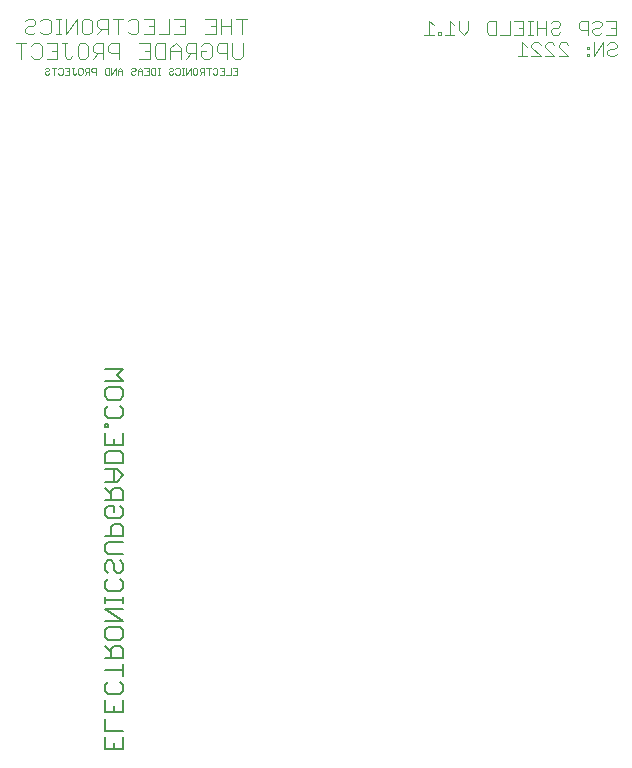
<source format=gbo>
G75*
%MOIN*%
%OFA0B0*%
%FSLAX25Y25*%
%IPPOS*%
%LPD*%
%AMOC8*
5,1,8,0,0,1.08239X$1,22.5*
%
%ADD10C,0.00400*%
%ADD11C,0.00200*%
%ADD12C,0.00500*%
D10*
X0080769Y0260784D02*
X0080769Y0265988D01*
X0082504Y0265988D02*
X0079034Y0265988D01*
X0082124Y0269804D02*
X0082992Y0268936D01*
X0084727Y0268936D01*
X0085594Y0269804D01*
X0087281Y0269804D02*
X0088148Y0268936D01*
X0089883Y0268936D01*
X0090750Y0269804D01*
X0090750Y0273273D01*
X0089883Y0274141D01*
X0088148Y0274141D01*
X0087281Y0273273D01*
X0085594Y0273273D02*
X0085594Y0272406D01*
X0084727Y0271539D01*
X0082992Y0271539D01*
X0082124Y0270671D01*
X0082124Y0269804D01*
X0082124Y0273273D02*
X0082992Y0274141D01*
X0084727Y0274141D01*
X0085594Y0273273D01*
X0092453Y0274141D02*
X0094188Y0274141D01*
X0093321Y0274141D02*
X0093321Y0268936D01*
X0094188Y0268936D02*
X0092453Y0268936D01*
X0092816Y0265988D02*
X0089347Y0265988D01*
X0087660Y0265121D02*
X0087660Y0261651D01*
X0086793Y0260784D01*
X0085058Y0260784D01*
X0084190Y0261651D01*
X0084190Y0265121D02*
X0085058Y0265988D01*
X0086793Y0265988D01*
X0087660Y0265121D01*
X0091082Y0263386D02*
X0092816Y0263386D01*
X0092816Y0265988D02*
X0092816Y0260784D01*
X0089347Y0260784D01*
X0095371Y0261651D02*
X0095371Y0265988D01*
X0096238Y0265988D02*
X0094503Y0265988D01*
X0095875Y0268936D02*
X0095875Y0274141D01*
X0099344Y0274141D02*
X0095875Y0268936D01*
X0099344Y0268936D02*
X0099344Y0274141D01*
X0101031Y0273273D02*
X0101031Y0269804D01*
X0101899Y0268936D01*
X0103633Y0268936D01*
X0104501Y0269804D01*
X0104501Y0273273D01*
X0103633Y0274141D01*
X0101899Y0274141D01*
X0101031Y0273273D01*
X0106188Y0273273D02*
X0106188Y0271539D01*
X0107055Y0270671D01*
X0109657Y0270671D01*
X0107922Y0270671D02*
X0106188Y0268936D01*
X0105683Y0265988D02*
X0104816Y0265121D01*
X0104816Y0263386D01*
X0105683Y0262518D01*
X0108286Y0262518D01*
X0108286Y0260784D02*
X0108286Y0265988D01*
X0105683Y0265988D01*
X0103129Y0265121D02*
X0103129Y0261651D01*
X0102262Y0260784D01*
X0100527Y0260784D01*
X0099660Y0261651D01*
X0099660Y0265121D01*
X0100527Y0265988D01*
X0102262Y0265988D01*
X0103129Y0265121D01*
X0106551Y0262518D02*
X0104816Y0260784D01*
X0109972Y0263386D02*
X0110840Y0262518D01*
X0113442Y0262518D01*
X0113442Y0260784D02*
X0113442Y0265988D01*
X0110840Y0265988D01*
X0109972Y0265121D01*
X0109972Y0263386D01*
X0109657Y0268936D02*
X0109657Y0274141D01*
X0107055Y0274141D01*
X0106188Y0273273D01*
X0111344Y0274141D02*
X0114814Y0274141D01*
X0113079Y0274141D02*
X0113079Y0268936D01*
X0116500Y0269804D02*
X0117368Y0268936D01*
X0119103Y0268936D01*
X0119970Y0269804D01*
X0119970Y0273273D01*
X0119103Y0274141D01*
X0117368Y0274141D01*
X0116500Y0273273D01*
X0121657Y0274141D02*
X0125126Y0274141D01*
X0125126Y0268936D01*
X0121657Y0268936D01*
X0123392Y0271539D02*
X0125126Y0271539D01*
X0126813Y0268936D02*
X0130283Y0268936D01*
X0130283Y0274141D01*
X0131970Y0274141D02*
X0135439Y0274141D01*
X0135439Y0268936D01*
X0131970Y0268936D01*
X0132333Y0265988D02*
X0130598Y0264253D01*
X0130598Y0260784D01*
X0128911Y0260784D02*
X0126309Y0260784D01*
X0125442Y0261651D01*
X0125442Y0265121D01*
X0126309Y0265988D01*
X0128911Y0265988D01*
X0128911Y0260784D01*
X0130598Y0263386D02*
X0134068Y0263386D01*
X0134068Y0264253D02*
X0132333Y0265988D01*
X0134068Y0264253D02*
X0134068Y0260784D01*
X0135754Y0260784D02*
X0137489Y0262518D01*
X0136622Y0262518D02*
X0139224Y0262518D01*
X0139224Y0260784D02*
X0139224Y0265988D01*
X0136622Y0265988D01*
X0135754Y0265121D01*
X0135754Y0263386D01*
X0136622Y0262518D01*
X0140911Y0261651D02*
X0140911Y0263386D01*
X0142646Y0263386D01*
X0144380Y0265121D02*
X0143513Y0265988D01*
X0141778Y0265988D01*
X0140911Y0265121D01*
X0140911Y0261651D02*
X0141778Y0260784D01*
X0143513Y0260784D01*
X0144380Y0261651D01*
X0144380Y0265121D01*
X0146067Y0265121D02*
X0146067Y0263386D01*
X0146935Y0262518D01*
X0149537Y0262518D01*
X0149537Y0260784D02*
X0149537Y0265988D01*
X0146935Y0265988D01*
X0146067Y0265121D01*
X0145752Y0268936D02*
X0142282Y0268936D01*
X0144017Y0271539D02*
X0145752Y0271539D01*
X0147439Y0271539D02*
X0150908Y0271539D01*
X0150908Y0274141D02*
X0150908Y0268936D01*
X0151224Y0265988D02*
X0151224Y0261651D01*
X0152091Y0260784D01*
X0153826Y0260784D01*
X0154693Y0261651D01*
X0154693Y0265988D01*
X0154330Y0268936D02*
X0154330Y0274141D01*
X0156065Y0274141D02*
X0152595Y0274141D01*
X0147439Y0274141D02*
X0147439Y0268936D01*
X0145752Y0268936D02*
X0145752Y0274141D01*
X0142282Y0274141D01*
X0135439Y0271539D02*
X0133704Y0271539D01*
X0123755Y0265988D02*
X0123755Y0260784D01*
X0120285Y0260784D01*
X0122020Y0263386D02*
X0123755Y0263386D01*
X0123755Y0265988D02*
X0120285Y0265988D01*
X0097973Y0261651D02*
X0097105Y0260784D01*
X0096238Y0260784D01*
X0095371Y0261651D01*
X0215296Y0268836D02*
X0218365Y0268836D01*
X0219900Y0268836D02*
X0220667Y0268836D01*
X0220667Y0269603D01*
X0219900Y0269603D01*
X0219900Y0268836D01*
X0222202Y0268836D02*
X0225271Y0268836D01*
X0223736Y0268836D02*
X0223736Y0273439D01*
X0225271Y0271905D01*
X0226805Y0273439D02*
X0226805Y0270370D01*
X0228340Y0268836D01*
X0229875Y0270370D01*
X0229875Y0273439D01*
X0236013Y0272672D02*
X0236013Y0269603D01*
X0236781Y0268836D01*
X0239083Y0268836D01*
X0239083Y0273439D01*
X0236781Y0273439D01*
X0236013Y0272672D01*
X0240617Y0268836D02*
X0243687Y0268836D01*
X0243687Y0273439D01*
X0245221Y0273439D02*
X0248290Y0273439D01*
X0248290Y0268836D01*
X0245221Y0268836D01*
X0246756Y0271137D02*
X0248290Y0271137D01*
X0249825Y0268836D02*
X0251360Y0268836D01*
X0250592Y0268836D02*
X0250592Y0273439D01*
X0249825Y0273439D02*
X0251360Y0273439D01*
X0252894Y0273439D02*
X0252894Y0268836D01*
X0252894Y0271137D02*
X0255964Y0271137D01*
X0257498Y0270370D02*
X0257498Y0269603D01*
X0258266Y0268836D01*
X0259800Y0268836D01*
X0260568Y0269603D01*
X0259800Y0271137D02*
X0258266Y0271137D01*
X0257498Y0270370D01*
X0255964Y0268836D02*
X0255964Y0273439D01*
X0257498Y0272672D02*
X0258266Y0273439D01*
X0259800Y0273439D01*
X0260568Y0272672D01*
X0260568Y0271905D01*
X0259800Y0271137D01*
X0260925Y0266274D02*
X0262460Y0266274D01*
X0263227Y0265506D01*
X0260925Y0266274D02*
X0260158Y0265506D01*
X0260158Y0264739D01*
X0263227Y0261670D01*
X0260158Y0261670D01*
X0258623Y0261670D02*
X0255554Y0264739D01*
X0255554Y0265506D01*
X0256322Y0266274D01*
X0257856Y0266274D01*
X0258623Y0265506D01*
X0258623Y0261670D02*
X0255554Y0261670D01*
X0254020Y0261670D02*
X0250950Y0264739D01*
X0250950Y0265506D01*
X0251718Y0266274D01*
X0253252Y0266274D01*
X0254020Y0265506D01*
X0254020Y0261670D02*
X0250950Y0261670D01*
X0249416Y0261670D02*
X0246346Y0261670D01*
X0247881Y0261670D02*
X0247881Y0266274D01*
X0249416Y0264739D01*
X0266706Y0271137D02*
X0267473Y0270370D01*
X0269775Y0270370D01*
X0269775Y0268836D02*
X0269775Y0273439D01*
X0267473Y0273439D01*
X0266706Y0272672D01*
X0266706Y0271137D01*
X0271310Y0270370D02*
X0271310Y0269603D01*
X0272077Y0268836D01*
X0273612Y0268836D01*
X0274379Y0269603D01*
X0273612Y0271137D02*
X0274379Y0271905D01*
X0274379Y0272672D01*
X0273612Y0273439D01*
X0272077Y0273439D01*
X0271310Y0272672D01*
X0272077Y0271137D02*
X0271310Y0270370D01*
X0272077Y0271137D02*
X0273612Y0271137D01*
X0275914Y0268836D02*
X0278983Y0268836D01*
X0278983Y0273439D01*
X0275914Y0273439D01*
X0277449Y0271137D02*
X0278983Y0271137D01*
X0278574Y0266274D02*
X0279341Y0265506D01*
X0279341Y0264739D01*
X0278574Y0263972D01*
X0277039Y0263972D01*
X0276272Y0263204D01*
X0276272Y0262437D01*
X0277039Y0261670D01*
X0278574Y0261670D01*
X0279341Y0262437D01*
X0276272Y0265506D02*
X0277039Y0266274D01*
X0278574Y0266274D01*
X0274737Y0266274D02*
X0271668Y0261670D01*
X0271668Y0266274D01*
X0270133Y0264739D02*
X0270133Y0263972D01*
X0269366Y0263972D01*
X0269366Y0264739D01*
X0270133Y0264739D01*
X0270133Y0262437D02*
X0270133Y0261670D01*
X0269366Y0261670D01*
X0269366Y0262437D01*
X0270133Y0262437D01*
X0274737Y0261670D02*
X0274737Y0266274D01*
X0218365Y0271905D02*
X0216830Y0273439D01*
X0216830Y0268836D01*
D11*
X0152898Y0257700D02*
X0152898Y0255498D01*
X0151430Y0255498D01*
X0150688Y0255498D02*
X0149220Y0255498D01*
X0148478Y0255498D02*
X0147010Y0255498D01*
X0146268Y0255865D02*
X0145901Y0255498D01*
X0145167Y0255498D01*
X0144800Y0255865D01*
X0144800Y0257333D02*
X0145167Y0257700D01*
X0145901Y0257700D01*
X0146268Y0257333D01*
X0146268Y0255865D01*
X0147744Y0256599D02*
X0148478Y0256599D01*
X0148478Y0257700D02*
X0148478Y0255498D01*
X0148478Y0257700D02*
X0147010Y0257700D01*
X0144058Y0257700D02*
X0142590Y0257700D01*
X0143324Y0257700D02*
X0143324Y0255498D01*
X0141848Y0255498D02*
X0141848Y0257700D01*
X0140747Y0257700D01*
X0140380Y0257333D01*
X0140380Y0256599D01*
X0140747Y0256232D01*
X0141848Y0256232D01*
X0141114Y0256232D02*
X0140380Y0255498D01*
X0139638Y0255865D02*
X0139271Y0255498D01*
X0138538Y0255498D01*
X0138171Y0255865D01*
X0138171Y0257333D01*
X0138538Y0257700D01*
X0139271Y0257700D01*
X0139638Y0257333D01*
X0139638Y0255865D01*
X0137429Y0255498D02*
X0137429Y0257700D01*
X0135961Y0255498D01*
X0135961Y0257700D01*
X0135219Y0257700D02*
X0134485Y0257700D01*
X0134852Y0257700D02*
X0134852Y0255498D01*
X0135219Y0255498D02*
X0134485Y0255498D01*
X0133745Y0255865D02*
X0133378Y0255498D01*
X0132645Y0255498D01*
X0132278Y0255865D01*
X0131536Y0255865D02*
X0131169Y0255498D01*
X0130435Y0255498D01*
X0130068Y0255865D01*
X0130068Y0256232D01*
X0130435Y0256599D01*
X0131169Y0256599D01*
X0131536Y0256966D01*
X0131536Y0257333D01*
X0131169Y0257700D01*
X0130435Y0257700D01*
X0130068Y0257333D01*
X0132278Y0257333D02*
X0132645Y0257700D01*
X0133378Y0257700D01*
X0133745Y0257333D01*
X0133745Y0255865D01*
X0127116Y0255498D02*
X0126382Y0255498D01*
X0126749Y0255498D02*
X0126749Y0257700D01*
X0127116Y0257700D02*
X0126382Y0257700D01*
X0125643Y0257700D02*
X0124542Y0257700D01*
X0124175Y0257333D01*
X0124175Y0255865D01*
X0124542Y0255498D01*
X0125643Y0255498D01*
X0125643Y0257700D01*
X0123433Y0257700D02*
X0123433Y0255498D01*
X0121965Y0255498D01*
X0121223Y0255498D02*
X0121223Y0256966D01*
X0120489Y0257700D01*
X0119755Y0256966D01*
X0119755Y0255498D01*
X0119013Y0255865D02*
X0118646Y0255498D01*
X0117912Y0255498D01*
X0117545Y0255865D01*
X0117545Y0256232D01*
X0117912Y0256599D01*
X0118646Y0256599D01*
X0119013Y0256966D01*
X0119013Y0257333D01*
X0118646Y0257700D01*
X0117912Y0257700D01*
X0117545Y0257333D01*
X0119755Y0256599D02*
X0121223Y0256599D01*
X0121965Y0257700D02*
X0123433Y0257700D01*
X0123433Y0256599D02*
X0122699Y0256599D01*
X0114593Y0256599D02*
X0113125Y0256599D01*
X0113125Y0256966D02*
X0113125Y0255498D01*
X0112383Y0255498D02*
X0112383Y0257700D01*
X0110915Y0255498D01*
X0110915Y0257700D01*
X0110173Y0257700D02*
X0109072Y0257700D01*
X0108705Y0257333D01*
X0108705Y0255865D01*
X0109072Y0255498D01*
X0110173Y0255498D01*
X0110173Y0257700D01*
X0113125Y0256966D02*
X0113859Y0257700D01*
X0114593Y0256966D01*
X0114593Y0255498D01*
X0105754Y0255498D02*
X0105754Y0257700D01*
X0104653Y0257700D01*
X0104286Y0257333D01*
X0104286Y0256599D01*
X0104653Y0256232D01*
X0105754Y0256232D01*
X0103544Y0256232D02*
X0102443Y0256232D01*
X0102076Y0256599D01*
X0102076Y0257333D01*
X0102443Y0257700D01*
X0103544Y0257700D01*
X0103544Y0255498D01*
X0102810Y0256232D02*
X0102076Y0255498D01*
X0101334Y0255865D02*
X0100967Y0255498D01*
X0100233Y0255498D01*
X0099866Y0255865D01*
X0099866Y0257333D01*
X0100233Y0257700D01*
X0100967Y0257700D01*
X0101334Y0257333D01*
X0101334Y0255865D01*
X0099124Y0255865D02*
X0098757Y0255498D01*
X0098390Y0255498D01*
X0098023Y0255865D01*
X0098023Y0257700D01*
X0098390Y0257700D02*
X0097656Y0257700D01*
X0096914Y0257700D02*
X0096914Y0255498D01*
X0095446Y0255498D01*
X0094704Y0255865D02*
X0094337Y0255498D01*
X0093603Y0255498D01*
X0093236Y0255865D01*
X0093236Y0257333D02*
X0093603Y0257700D01*
X0094337Y0257700D01*
X0094704Y0257333D01*
X0094704Y0255865D01*
X0096180Y0256599D02*
X0096914Y0256599D01*
X0096914Y0257700D02*
X0095446Y0257700D01*
X0092494Y0257700D02*
X0091026Y0257700D01*
X0091760Y0257700D02*
X0091760Y0255498D01*
X0090284Y0255865D02*
X0089917Y0255498D01*
X0089184Y0255498D01*
X0088817Y0255865D01*
X0088817Y0256232D01*
X0089184Y0256599D01*
X0089917Y0256599D01*
X0090284Y0256966D01*
X0090284Y0257333D01*
X0089917Y0257700D01*
X0089184Y0257700D01*
X0088817Y0257333D01*
X0150688Y0257700D02*
X0150688Y0255498D01*
X0152164Y0256599D02*
X0152898Y0256599D01*
X0152898Y0257700D02*
X0151430Y0257700D01*
D12*
X0108816Y0034763D02*
X0108816Y0030692D01*
X0114921Y0030692D01*
X0114921Y0034763D01*
X0114921Y0036770D02*
X0108816Y0036770D01*
X0108816Y0040840D01*
X0108816Y0042847D02*
X0108816Y0046917D01*
X0109834Y0048924D02*
X0108816Y0049942D01*
X0108816Y0051977D01*
X0109834Y0052994D01*
X0113904Y0052994D02*
X0114921Y0051977D01*
X0114921Y0049942D01*
X0113904Y0048924D01*
X0109834Y0048924D01*
X0111869Y0044882D02*
X0111869Y0042847D01*
X0114921Y0042847D02*
X0108816Y0042847D01*
X0114921Y0042847D02*
X0114921Y0046917D01*
X0114921Y0055001D02*
X0114921Y0059071D01*
X0114921Y0061078D02*
X0114921Y0064131D01*
X0113904Y0065149D01*
X0111869Y0065149D01*
X0110851Y0064131D01*
X0110851Y0061078D01*
X0108816Y0061078D02*
X0114921Y0061078D01*
X0114921Y0057036D02*
X0108816Y0057036D01*
X0110851Y0063113D02*
X0108816Y0065149D01*
X0109834Y0067156D02*
X0108816Y0068173D01*
X0108816Y0070208D01*
X0109834Y0071226D01*
X0113904Y0071226D01*
X0114921Y0070208D01*
X0114921Y0068173D01*
X0113904Y0067156D01*
X0109834Y0067156D01*
X0108816Y0073233D02*
X0114921Y0073233D01*
X0108816Y0077303D01*
X0114921Y0077303D01*
X0114921Y0079310D02*
X0114921Y0081345D01*
X0114921Y0080327D02*
X0108816Y0080327D01*
X0108816Y0079310D02*
X0108816Y0081345D01*
X0109834Y0083361D02*
X0108816Y0084379D01*
X0108816Y0086414D01*
X0109834Y0087432D01*
X0109834Y0089439D02*
X0108816Y0090456D01*
X0108816Y0092491D01*
X0109834Y0093509D01*
X0110851Y0093509D01*
X0111869Y0092491D01*
X0111869Y0090456D01*
X0112886Y0089439D01*
X0113904Y0089439D01*
X0114921Y0090456D01*
X0114921Y0092491D01*
X0113904Y0093509D01*
X0114921Y0095516D02*
X0109834Y0095516D01*
X0108816Y0096533D01*
X0108816Y0098568D01*
X0109834Y0099586D01*
X0114921Y0099586D01*
X0114921Y0101593D02*
X0114921Y0104646D01*
X0113904Y0105663D01*
X0111869Y0105663D01*
X0110851Y0104646D01*
X0110851Y0101593D01*
X0108816Y0101593D02*
X0114921Y0101593D01*
X0113904Y0107670D02*
X0109834Y0107670D01*
X0108816Y0108688D01*
X0108816Y0110723D01*
X0109834Y0111740D01*
X0111869Y0111740D01*
X0111869Y0109705D01*
X0113904Y0107670D02*
X0114921Y0108688D01*
X0114921Y0110723D01*
X0113904Y0111740D01*
X0114921Y0113747D02*
X0114921Y0116800D01*
X0113904Y0117817D01*
X0111869Y0117817D01*
X0110851Y0116800D01*
X0110851Y0113747D01*
X0108816Y0113747D02*
X0114921Y0113747D01*
X0110851Y0115782D02*
X0108816Y0117817D01*
X0108816Y0119825D02*
X0112886Y0119825D01*
X0114921Y0121860D01*
X0112886Y0123895D01*
X0108816Y0123895D01*
X0108816Y0125902D02*
X0108816Y0128954D01*
X0109834Y0129972D01*
X0113904Y0129972D01*
X0114921Y0128954D01*
X0114921Y0125902D01*
X0108816Y0125902D01*
X0111869Y0123895D02*
X0111869Y0119825D01*
X0111869Y0131979D02*
X0111869Y0134014D01*
X0114921Y0136049D02*
X0114921Y0131979D01*
X0108816Y0131979D01*
X0108816Y0136049D01*
X0108816Y0138056D02*
X0108816Y0139074D01*
X0109834Y0139074D01*
X0109834Y0138056D01*
X0108816Y0138056D01*
X0109834Y0141095D02*
X0108816Y0142112D01*
X0108816Y0144147D01*
X0109834Y0145165D01*
X0109834Y0147172D02*
X0108816Y0148189D01*
X0108816Y0150224D01*
X0109834Y0151242D01*
X0113904Y0151242D01*
X0114921Y0150224D01*
X0114921Y0148189D01*
X0113904Y0147172D01*
X0109834Y0147172D01*
X0113904Y0145165D02*
X0114921Y0144147D01*
X0114921Y0142112D01*
X0113904Y0141095D01*
X0109834Y0141095D01*
X0108816Y0153249D02*
X0114921Y0153249D01*
X0112886Y0155284D01*
X0114921Y0157319D01*
X0108816Y0157319D01*
X0113904Y0087432D02*
X0114921Y0086414D01*
X0114921Y0084379D01*
X0113904Y0083361D01*
X0109834Y0083361D01*
X0111869Y0032727D02*
X0111869Y0030692D01*
M02*

</source>
